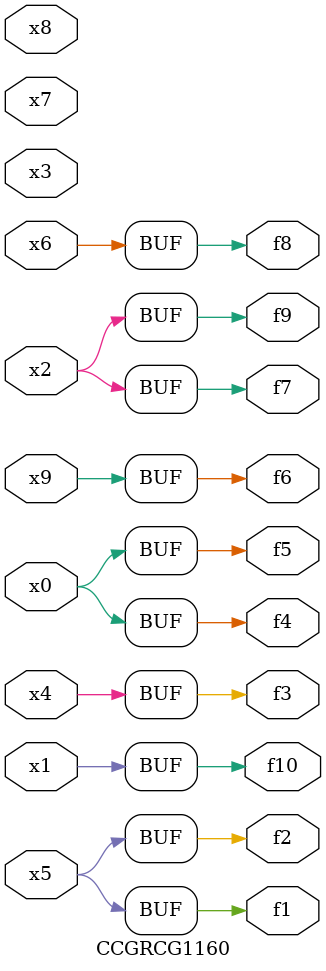
<source format=v>
module CCGRCG1160(
	input x0, x1, x2, x3, x4, x5, x6, x7, x8, x9,
	output f1, f2, f3, f4, f5, f6, f7, f8, f9, f10
);
	assign f1 = x5;
	assign f2 = x5;
	assign f3 = x4;
	assign f4 = x0;
	assign f5 = x0;
	assign f6 = x9;
	assign f7 = x2;
	assign f8 = x6;
	assign f9 = x2;
	assign f10 = x1;
endmodule

</source>
